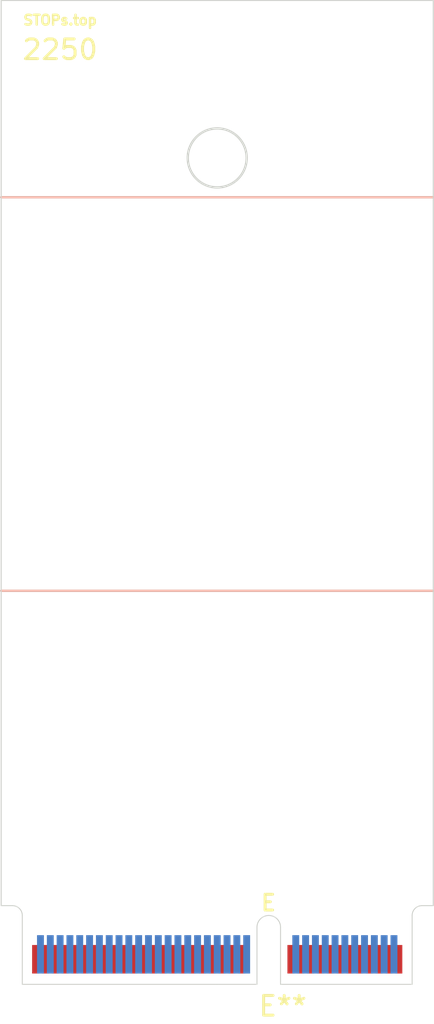
<source format=kicad_pcb>
(kicad_pcb (version 20211014) (generator pcbnew)
  (layers (0 "F.Cu" signal) (31 "B.Cu" signal) (34 "B.Paste" user) (35 "F.Paste" user) (36 "B.SilkS" user "B.Silkscreen") (37 "F.SilkS" user "F.Silkscreen") (38 "B.Mask" user) (39 "F.Mask" user) (44 "Edge.Cuts" user))
  (net 0 "")
  (footprint "NGFF:NGFF_2250" (layer "F.Cu") (at 115 90)
    (fp_text reference "STOPs.top" (at -8 -49) (layer "F.SilkS") (effects (font (size 0.5 0.5) (thickness 0.125))))
    (fp_text value "2250" (at -8 -47.5) (layer "F.SilkS"))
    (fp_line (start -11 -20) (end 11 -20) (layer "B.SilkS") (width 0.12))
    (fp_line (start -11 -40) (end 11 -40) (layer "B.SilkS") (width 0.12))
    (fp_line (start 11 -50) (end 11 -4) (layer "Edge.Cuts") (width 0.05))
    (fp_line (start 11 -50) (end -11 -50) (layer "Edge.Cuts") (width 0.05))
    (fp_line (start -11 -50) (end -11 -4) (layer "Edge.Cuts") (width 0.05))
    (fp_circle (center 0 -42) (end 1.5 -42) (layer "Edge.Cuts") (width 0.12) (fill none))
  )
  (footprint "NGFF:NGFF_E" (layer "F.Cu") (at 115 90)
    (fp_text reference "E**" (at 3.34 1.11) (layer "F.SilkS"))
    (fp_text value "NGFF_E")
    (fp_text user "E" (at 2.61 -4.14) (layer "F.SilkS") (effects (font (size 0.8 0.8))))
    (fp_line (start -11 -4) (end -10.425 -4) (layer "Edge.Cuts") (width 0.05))
    (fp_line (start 3.225 -2.9) (end 3.225 0) (layer "Edge.Cuts") (width 0.05))
    (fp_line (start -9.925 -3.5) (end -9.925 0) (layer "Edge.Cuts") (width 0.05))
    (fp_line (start 0 0) (end 2.025 0) (layer "Edge.Cuts") (width 0.05))
    (fp_line (start 9.925 0) (end 9.925 -3.5) (layer "Edge.Cuts") (width 0.05))
    (fp_line (start 2.025 0) (end 2.025 -2.9) (layer "Edge.Cuts") (width 0.05))
    (fp_line (start 10.425 -4) (end 11 -4) (layer "Edge.Cuts") (width 0.05))
    (fp_line (start -9.925 0) (end 0 0) (layer "Edge.Cuts") (width 0.05))
    (fp_line (start 3.225 0) (end 9.925 0) (layer "Edge.Cuts") (width 0.05))
    (fp_arc (start 9.925 -3.5) (mid 10.071447 -3.853553) (end 10.425 -4) (layer "Edge.Cuts") (width 0.05))
    (fp_arc (start 2.025 -2.9) (mid 2.625 -3.5) (end 3.225 -2.9) (layer "Edge.Cuts") (width 0.05))
    (fp_arc (start -10.425 -4) (mid -10.071447 -3.853553) (end -9.925 -3.5) (layer "Edge.Cuts") (width 0.05))
    (pad "1" smd rect (at 9.25 -1.275) (size 0.35 1.45) (layers "F.Cu"))
    (pad "2" smd rect (at 9 -1.525) (size 0.35 1.95) (layers "B.Cu"))
    (pad "3" smd rect (at 8.75 -1.275) (size 0.35 1.45) (layers "F.Cu"))
    (pad "4" smd rect (at 8.5 -1.525) (size 0.35 1.95) (layers "B.Cu"))
    (pad "5" smd rect (at 8.25 -1.275) (size 0.35 1.45) (layers "F.Cu"))
    (pad "6" smd rect (at 8 -1.525) (size 0.35 1.95) (layers "B.Cu"))
    (pad "7" smd rect (at 7.75 -1.275) (size 0.35 1.45) (layers "F.Cu"))
    (pad "8" smd rect (at 7.5 -1.525) (size 0.35 1.95) (layers "B.Cu"))
    (pad "9" smd rect (at 7.25 -1.275) (size 0.35 1.45) (layers "F.Cu"))
    (pad "10" smd rect (at 7 -1.525) (size 0.35 1.95) (layers "B.Cu"))
    (pad "11" smd rect (at 6.75 -1.275) (size 0.35 1.45) (layers "F.Cu"))
    (pad "12" smd rect (at 6.5 -1.525) (size 0.35 1.95) (layers "B.Cu"))
    (pad "13" smd rect (at 6.25 -1.275) (size 0.35 1.45) (layers "F.Cu"))
    (pad "14" smd rect (at 6 -1.525) (size 0.35 1.95) (layers "B.Cu"))
    (pad "15" smd rect (at 5.75 -1.275) (size 0.35 1.45) (layers "F.Cu"))
    (pad "16" smd rect (at 5.5 -1.525) (size 0.35 1.95) (layers "B.Cu"))
    (pad "17" smd rect (at 5.25 -1.275) (size 0.35 1.45) (layers "F.Cu"))
    (pad "18" smd rect (at 5 -1.525) (size 0.35 1.95) (layers "B.Cu"))
    (pad "19" smd rect (at 4.75 -1.275) (size 0.35 1.45) (layers "F.Cu"))
    (pad "20" smd rect (at 4.5 -1.525) (size 0.35 1.95) (layers "B.Cu"))
    (pad "21" smd rect (at 4.25 -1.275) (size 0.35 1.45) (layers "F.Cu"))
    (pad "22" smd rect (at 4 -1.525) (size 0.35 1.95) (layers "B.Cu"))
    (pad "23" smd rect (at 3.75 -1.275) (size 0.35 1.45) (layers "F.Cu"))
    (pad "32" smd rect (at 1.5 -1.525) (size 0.35 1.95) (layers "B.Cu"))
    (pad "33" smd rect (at 1.25 -1.275) (size 0.35 1.45) (layers "F.Cu"))
    (pad "34" smd rect (at 1 -1.525) (size 0.35 1.95) (layers "B.Cu"))
    (pad "35" smd rect (at 0.75 -1.275) (size 0.35 1.45) (layers "F.Cu"))
    (pad "36" smd rect (at 0.5 -1.525) (size 0.35 1.95) (layers "B.Cu"))
    (pad "37" smd rect (at 0.25 -1.275) (size 0.35 1.45) (layers "F.Cu"))
    (pad "38" smd rect (at 0 -1.525) (size 0.35 1.95) (layers "B.Cu"))
    (pad "39" smd rect (at -0.25 -1.275) (size 0.35 1.45) (layers "F.Cu"))
    (pad "40" smd rect (at -0.5 -1.525) (size 0.35 1.95) (layers "B.Cu"))
    (pad "41" smd rect (at -0.75 -1.275) (size 0.35 1.45) (layers "F.Cu"))
    (pad "42" smd rect (at -1 -1.525) (size 0.35 1.95) (layers "B.Cu"))
    (pad "43" smd rect (at -1.25 -1.275) (size 0.35 1.45) (layers "F.Cu"))
    (pad "44" smd rect (at -1.5 -1.525) (size 0.35 1.95) (layers "B.Cu"))
    (pad "45" smd rect (at -1.75 -1.275) (size 0.35 1.45) (layers "F.Cu"))
    (pad "46" smd rect (at -2 -1.525) (size 0.35 1.95) (layers "B.Cu"))
    (pad "47" smd rect (at -2.25 -1.275) (size 0.35 1.45) (layers "F.Cu"))
    (pad "48" smd rect (at -2.5 -1.525) (size 0.35 1.95) (layers "B.Cu"))
    (pad "49" smd rect (at -2.75 -1.275) (size 0.35 1.45) (layers "F.Cu"))
    (pad "50" smd rect (at -3 -1.525) (size 0.35 1.95) (layers "B.Cu"))
    (pad "51" smd rect (at -3.25 -1.275) (size 0.35 1.45) (layers "F.Cu"))
    (pad "52" smd rect (at -3.5 -1.525) (size 0.35 1.95) (layers "B.Cu"))
    (pad "53" smd rect (at -3.75 -1.275) (size 0.35 1.45) (layers "F.Cu"))
    (pad "54" smd rect (at -4 -1.525) (size 0.35 1.95) (layers "B.Cu"))
    (pad "55" smd rect (at -4.25 -1.275) (size 0.35 1.45) (layers "F.Cu"))
    (pad "56" smd rect (at -4.5 -1.525) (size 0.35 1.95) (layers "B.Cu"))
    (pad "57" smd rect (at -4.75 -1.275) (size 0.35 1.45) (layers "F.Cu"))
    (pad "58" smd rect (at -5 -1.525) (size 0.35 1.95) (layers "B.Cu"))
    (pad "59" smd rect (at -5.25 -1.275) (size 0.35 1.45) (layers "F.Cu"))
    (pad "60" smd rect (at -5.5 -1.525) (size 0.35 1.95) (layers "B.Cu"))
    (pad "61" smd rect (at -5.75 -1.275) (size 0.35 1.45) (layers "F.Cu"))
    (pad "62" smd rect (at -6 -1.525) (size 0.35 1.95) (layers "B.Cu"))
    (pad "63" smd rect (at -6.25 -1.275) (size 0.35 1.45) (layers "F.Cu"))
    (pad "64" smd rect (at -6.5 -1.525) (size 0.35 1.95) (layers "B.Cu"))
    (pad "65" smd rect (at -6.75 -1.275) (size 0.35 1.45) (layers "F.Cu"))
    (pad "66" smd rect (at -7 -1.525) (size 0.35 1.95) (layers "B.Cu"))
    (pad "67" smd rect (at -7.25 -1.275) (size 0.35 1.45) (layers "F.Cu"))
    (pad "68" smd rect (at -7.5 -1.525) (size 0.35 1.95) (layers "B.Cu"))
    (pad "69" smd rect (at -7.75 -1.275) (size 0.35 1.45) (layers "F.Cu"))
    (pad "70" smd rect (at -8 -1.525) (size 0.35 1.95) (layers "B.Cu"))
    (pad "71" smd rect (at -8.25 -1.275) (size 0.35 1.45) (layers "F.Cu"))
    (pad "72" smd rect (at -8.5 -1.525) (size 0.35 1.95) (layers "B.Cu"))
    (pad "73" smd rect (at -8.75 -1.275) (size 0.35 1.45) (layers "F.Cu"))
    (pad "74" smd rect (at -9 -1.525) (size 0.35 1.95) (layers "B.Cu"))
    (pad "75" smd rect (at -9.25 -1.275) (size 0.35 1.45) (layers "F.Cu"))
  )
)
</source>
